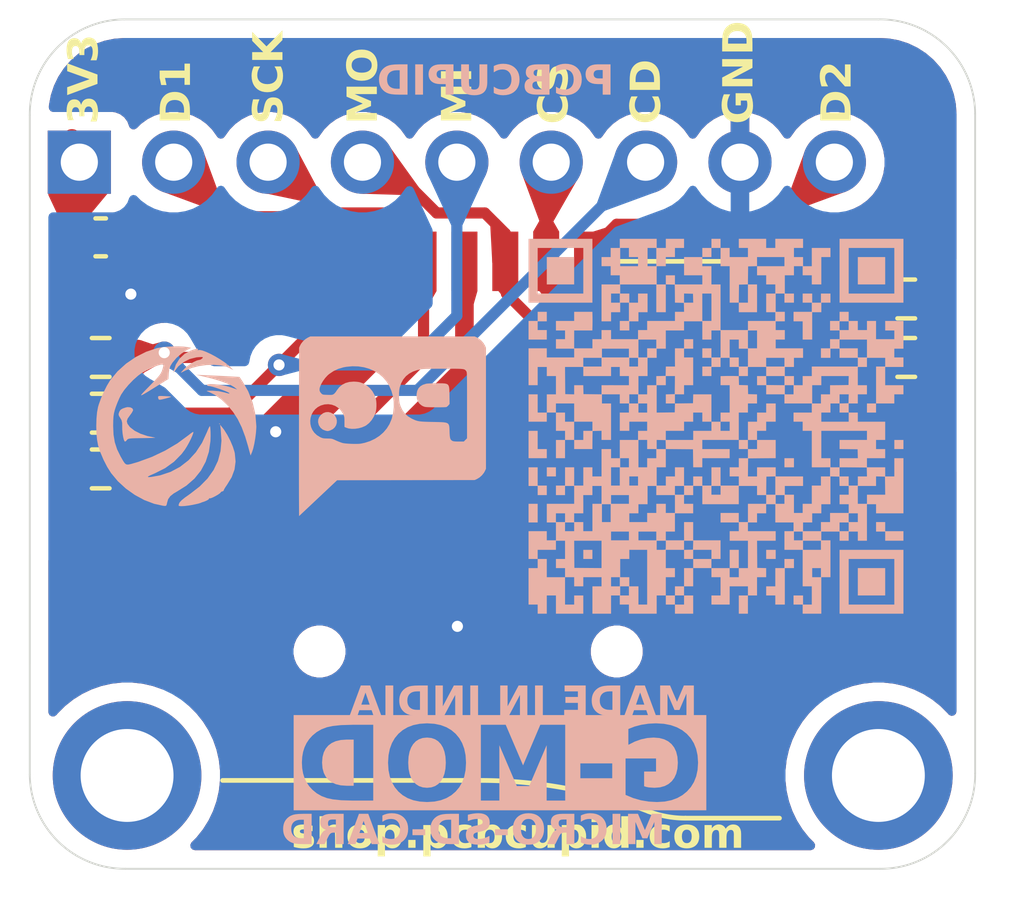
<source format=kicad_pcb>
(kicad_pcb (version 20241229) (generator "pcbnew") (generator_version "9.0")
  (layers (0 "F.Cu" signal) (2 "B.Cu" signal) (13 "F.Paste" user) (15 "B.Paste" user) (5 "F.SilkS" user "F.Silkscreen") (7 "B.SilkS" user "B.Silkscreen") (1 "F.Mask" user) (3 "B.Mask" user) (25 "Edge.Cuts" user))
  (net 0 "")
  (net 1 "GND")
  (net 2 "+3V3")
  (net 3 "/D2")
  (net 4 "/CD")
  (net 5 "/D1")
  (net 6 "/CS")
  (net 7 "/SCK")
  (net 8 "/MOSI")
  (net 9 "/MISO")
  (footprint "Resistor_SMD:R_0603_1608Metric" (layer "F.Cu") (at 101.37042 85.500138 180)
    (property "Reference" "R1" (hide yes))
    (property "Value" "10K")
    (pad "1" smd roundrect (at -0.825 0 180) (size 0.8 0.95) (layers "F.Cu" "F.Mask" "F.Paste") (net 4 "/CD"))
    (pad "2" smd roundrect (at 0.825 0 180) (size 0.8 0.95) (layers "F.Cu" "F.Mask" "F.Paste") (net 2 "+3V3"))
  )
  (footprint "MountingHole:MountingHole_2.5mm_Pad" (layer "F.Cu") (at 122.30042 96.750138)
    (property "Reference" "REF**" (hide yes))
    (property "Value" "MountingHole_2.5mm_Pad" (hide yes))
    (pad "1" thru_hole circle (at 0 0) (size 4 4) (drill 2.5) (layers "*.Cu" "*.Mask"))
  )
  (footprint "Resistor_SMD:R_0603_1608Metric" (layer "F.Cu") (at 123.05042 85.500138 180)
    (property "Reference" "R5" (hide yes))
    (property "Value" "10K")
    (pad "1" smd roundrect (at -0.825 0 180) (size 0.8 0.95) (layers "F.Cu" "F.Mask" "F.Paste") (net 2 "+3V3"))
    (pad "2" smd roundrect (at 0.825 0 180) (size 0.8 0.95) (layers "F.Cu" "F.Mask" "F.Paste") (net 8 "/MOSI"))
  )
  (footprint "MountingHole:MountingHole_2.5mm_Pad" (layer "F.Cu") (at 102.08042 96.750138)
    (property "Reference" "REF**" (hide yes))
    (property "Value" "MountingHole_2.5mm_Pad" (hide yes))
    (pad "1" thru_hole circle (at 0 0) (size 4 4) (drill 2.5) (layers "*.Cu" "*.Mask"))
  )
  (footprint "Resistor_SMD:R_0603_1608Metric" (layer "F.Cu") (at 101.37042 88.500138)
    (property "Reference" "R4" (hide yes))
    (property "Value" "10K")
    (pad "1" smd roundrect (at -0.825 0) (size 0.8 0.95) (layers "F.Cu" "F.Mask" "F.Paste") (net 2 "+3V3"))
    (pad "2" smd roundrect (at 0.825 0) (size 0.8 0.95) (layers "F.Cu" "F.Mask" "F.Paste") (net 7 "/SCK"))
  )
  (footprint "Capacitor_SMD:C_0603_1608Metric" (layer "F.Cu") (at 101.37042 82.267948)
    (property "Reference" "C1" (hide yes))
    (property "Value" "0.1uF")
    (pad "1" smd roundrect (at -0.775 0) (size 0.9 0.95) (layers "F.Cu" "F.Mask" "F.Paste") (net 2 "+3V3"))
    (pad "2" smd roundrect (at 0.775 0) (size 0.9 0.95) (layers "F.Cu" "F.Mask" "F.Paste") (net 1 "GND"))
  )
  (footprint "pcp-kicad_lib:SUNTECH_ST-TF-003A" (layer "F.Cu") (at 110.93962 88.243738)
    (property "Reference" "J1" (hide yes))
    (property "Value" "Micro_SD_Card_Det1")
    (pad "" np_thru_hole circle (at -3.68 5.17) (size 0.9 0.9) (drill 0.9) (layers "*.Cu" "*.Mask"))
    (pad "" np_thru_hole circle (at 4.32 5.17) (size 0.9 0.9) (drill 0.9) (layers "*.Cu" "*.Mask"))
    (pad "1" smd rect (at 3.52 -5.33) (size 0.7 1.6) (layers "F.Cu" "F.Mask" "F.Paste") (net 3 "/D2"))
    (pad "2" smd rect (at 2.42 -5.33) (size 0.7 1.6) (layers "F.Cu" "F.Mask" "F.Paste") (net 6 "/CS"))
    (pad "3" smd rect (at 1.32 -5.33) (size 0.7 1.6) (layers "F.Cu" "F.Mask" "F.Paste") (net 8 "/MOSI"))
    (pad "4" smd rect (at 0.22 -5.33) (size 0.7 1.6) (layers "F.Cu" "F.Mask" "F.Paste") (net 2 "+3V3"))
    (pad "5" smd rect (at -0.88 -5.33) (size 0.7 1.6) (layers "F.Cu" "F.Mask" "F.Paste") (net 7 "/SCK"))
    (pad "6" smd rect (at -1.98 -5.33) (size 0.7 1.6) (layers "F.Cu" "F.Mask" "F.Paste") (net 1 "GND"))
    (pad "7" smd rect (at -3.08 -5.33) (size 0.7 1.6) (layers "F.Cu" "F.Mask" "F.Paste") (net 9 "/MISO"))
    (pad "8" smd rect (at -4.18 -5.33) (size 0.7 1.6) (layers "F.Cu" "F.Mask" "F.Paste") (net 5 "/D1"))
    (pad "9" smd rect (at -5.28 -5.33) (size 0.7 1.6) (layers "F.Cu" "F.Mask" "F.Paste") (net 4 "/CD"))
    (pad "10" smd rect (at -6.58 -4.73) (size 1.4 1.6) (layers "F.Cu" "F.Mask" "F.Paste") (net 1 "GND"))
    (pad "10" smd rect (at -6.58 4.77) (size 1.4 2.2) (layers "F.Cu" "F.Mask" "F.Paste") (net 1 "GND"))
    (pad "10" smd rect (at 8.22 -4.83) (size 1.8 1.4) (layers "F.Cu" "F.Mask" "F.Paste") (net 1 "GND"))
    (pad "10" smd rect (at 9.12 4.77) (size 1.4 2.2) (layers "F.Cu" "F.Mask" "F.Paste") (net 1 "GND"))
  )
  (footprint "Connector_PinHeader_2.54mm:PinHeader_1x09_P2.54mm_Vertical" (layer "F.Cu") (at 100.79542 80.245138 90)
    (property "Reference" "J2" (hide yes))
    (property "Value" "Conn_01x09" (hide yes))
    (pad "1" thru_hole rect (at 0 0 90) (size 1.7 1.7) (drill 1) (layers "*.Cu" "*.Mask") (net 2 "+3V3"))
    (pad "2" thru_hole oval (at 0 2.54 90) (size 1.7 1.7) (drill 1) (layers "*.Cu" "*.Mask") (net 5 "/D1"))
    (pad "3" thru_hole oval (at 0 5.08 90) (size 1.7 1.7) (drill 1) (layers "*.Cu" "*.Mask") (net 7 "/SCK"))
    (pad "4" thru_hole oval (at 0 7.62 90) (size 1.7 1.7) (drill 1) (layers "*.Cu" "*.Mask") (net 8 "/MOSI"))
    (pad "5" thru_hole oval (at 0 10.16 90) (size 1.7 1.7) (drill 1) (layers "*.Cu" "*.Mask") (net 9 "/MISO"))
    (pad "6" thru_hole oval (at 0 12.7 90) (size 1.7 1.7) (drill 1) (layers "*.Cu" "*.Mask") (net 6 "/CS"))
    (pad "7" thru_hole oval (at 0 15.24 90) (size 1.7 1.7) (drill 1) (layers "*.Cu" "*.Mask") (net 4 "/CD"))
    (pad "8" thru_hole oval (at 0 17.78 90) (size 1.7 1.7) (drill 1) (layers "*.Cu" "*.Mask") (net 1 "GND"))
    (pad "9" thru_hole oval (at 0 20.32 90) (size 1.7 1.7) (drill 1) (layers "*.Cu" "*.Mask") (net 3 "/D2"))
  )
  (footprint "Resistor_SMD:R_0603_1608Metric" (layer "F.Cu") (at 123.05042 83.926138 180)
    (property "Reference" "R6" (hide yes))
    (property "Value" "10K")
    (pad "1" smd roundrect (at -0.825 0 180) (size 0.8 0.95) (layers "F.Cu" "F.Mask" "F.Paste") (net 2 "+3V3"))
    (pad "2" smd roundrect (at 0.825 0 180) (size 0.8 0.95) (layers "F.Cu" "F.Mask" "F.Paste") (net 6 "/CS"))
  )
  (footprint "Resistor_SMD:R_0603_1608Metric" (layer "F.Cu") (at 101.37042 87.000138)
    (property "Reference" "R3" (hide yes))
    (property "Value" "10K")
    (pad "1" smd roundrect (at -0.825 0) (size 0.8 0.95) (layers "F.Cu" "F.Mask" "F.Paste") (net 2 "+3V3"))
    (pad "2" smd roundrect (at 0.825 0) (size 0.8 0.95) (layers "F.Cu" "F.Mask" "F.Paste") (net 9 "/MISO"))
  )
  (footprint "LOGO" (layer "B.Cu") (at 103.40122 87.34956 180)
    (property "Reference" "G***" (hide yes))
    (property "Value" "LOGO" (hide yes))
  )
  (footprint "LOGO" (layer "B.Cu") (at 117.93002 87.352138 180)
    (property "Reference" "G***" (hide yes))
    (property "Value" "LOGO" (hide yes))
  )
  (footprint "LOGO" (layer "B.Cu") (at 109.223931 87.349977 180)
    (property "Reference" "G***" (hide yes))
    (property "Value" "LOGO" (hide yes))
  )
  (gr_line (start 124.904416 96.697408) (end 124.904416 78.941826) (stroke (width 0.05)) (layer "Edge.Cuts"))
  (gr_line (start 122.34 99.261824) (end 102.037741 99.261824) (stroke (width 0.05)) (layer "Edge.Cuts"))
  (gr_line (start 102.001648 76.402085) (end 122.3 76.402085) (stroke (width 0.05)) (layer "Edge.Cuts"))
  (gr_arc (start 102.037741 99.261824) (mid 100.22374 98.525436) (end 99.461648 96.722083) (stroke (width 0.05)) (layer "Edge.Cuts"))
  (gr_arc (start 124.904416 96.697408) (mid 124.161 98.518408) (end 122.34 99.261824) (stroke (width 0.05)) (layer "Edge.Cuts"))
  (gr_arc (start 122.3 76.402085) (mid 124.132286 77.128378) (end 124.904416 78.941826) (stroke (width 0.05)) (layer "Edge.Cuts"))
  (gr_line (start 99.461648 96.722083) (end 99.461907 78.978178) (stroke (width 0.05)) (layer "Edge.Cuts"))
  (gr_arc (start 99.461907 78.978178) (mid 100.198314 77.164195) (end 102.001648 76.402085) (stroke (width 0.05)) (layer "Edge.Cuts"))
  (gr_text "D2" (at 121.68922 79.224138 90) (layer "F.SilkS") (effects (font (size 0.8 0.8) (thickness 0.2) (bold yes)) (justify left bottom)))
  (gr_text "GND" (at 119.04762 79.224138 90) (layer "F.SilkS") (effects (font (size 0.8 0.8) (thickness 0.2) (bold yes)) (justify left bottom)))
  (gr_text "CS" (at 114.06922 79.224138 90) (layer "F.SilkS") (effects (font (size 0.8 0.8) (thickness 0.2) (bold yes)) (justify left bottom)))
  (gr_text "3V3" (at 101.42002 79.224138 90) (layer "F.SilkS") (effects (font (size 0.8 0.8) (thickness 0.2) (bold yes)) (justify left bottom)))
  (gr_text "shop.pcbcupid.com" (at 106.50002 98.832938 -0) (layer "F.SilkS") (effects (font (size 0.8 0.8) (thickness 0.2) (bold yes)) (justify left bottom)))
  (gr_text "CD" (at 116.55842 79.224138 90) (layer "F.SilkS") (effects (font (size 0.8 0.8) (thickness 0.2) (bold yes)) (justify left bottom)))
  (gr_text "MO" (at 108.93842 79.224138 90) (layer "F.SilkS") (effects (font (size 0.8 0.8) (thickness 0.2) (bold yes)) (justify left bottom)))
  (gr_text "SCK" (at 106.39842 79.224138 90) (layer "F.SilkS") (effects (font (size 0.8 0.8) (thickness 0.2) (bold yes)) (justify left bottom)))
  (gr_text "MI" (at 111.47842 79.224138 90) (layer "F.SilkS") (effects (font (size 0.8 0.8) (thickness 0.2) (bold yes)) (justify left bottom)))
  (gr_text "D1" (at 103.90922 79.224138 90) (layer "F.SilkS") (effects (font (size 0.8 0.8) (thickness 0.2) (bold yes)) (justify left bottom)))
  (gr_text "G-MOD" (at 112.112885 97.766138 0) (layer "B.SilkS" knockout) (effects (font (size 2 2) (thickness 0.2) (bold yes)) (justify bottom mirror)))
  (gr_text "MICRO-SD-CARD" (at 116.573285 98.734138 0) (layer "B.SilkS") (effects (font (size 0.8 0.8) (thickness 0.16) (bold yes)) (justify left bottom mirror)))
  (gr_text "MADE IN INDIA" (at 117.436885 95.279738 0) (layer "B.SilkS") (effects (font (size 0.8 0.8) (thickness 0.16) (bold yes)) (justify left bottom mirror)))
  (gr_text "PCBCUPID" (at 115.194253 78.563738 0) (layer "B.SilkS") (effects (font (size 0.8 0.8) (thickness 0.2) (bold yes)) (justify left bottom mirror)))
  (via (at 102.18202 83.796138) (size 0.6) (drill 0.3) (layers "F.Cu" "B.Cu") (net 1))
  (via (at 106.08042 87.500138) (size 0.6) (drill 0.3) (layers "F.Cu" "B.Cu") (net 1))
  (via (at 110.97042 92.736938) (size 0.6) (drill 0.3) (layers "F.Cu" "B.Cu") (net 1))
  (segment (start 101.47082 91.111338) (end 120.52082 91.111338) (width 0.5) (layer "F.Cu") (net 2))
  (segment (start 123.87542 83.926138) (end 123.87542 85.980538) (width 0.5) (layer "F.Cu") (net 2))
  (segment (start 100.54542 90.185938) (end 101.47082 91.111338) (width 0.5) (layer "F.Cu") (net 2))
  (segment (start 111.15962 82.913738) (end 111.15962 85.782138) (width 0.5) (layer "F.Cu") (net 2))
  (segment (start 123.87542 87.756738) (end 123.87542 85.980538) (width 0.5) (layer "F.Cu") (net 2))
  (segment (start 120.52082 91.111338) (end 123.87542 87.756738) (width 0.5) (layer "F.Cu") (net 2))
  (segment (start 100.59542 88.450138) (end 100.54542 88.500138) (width 0.5) (layer "F.Cu") (net 2))
  (segment (start 100.59542 82.267948) (end 100.59542 79.605138) (width 0.5) (layer "F.Cu") (net 2))
  (segment (start 100.59542 82.267948) (end 100.59542 88.450138) (width 0.5) (layer "F.Cu") (net 2))
  (segment (start 100.54542 88.500138) (end 100.54542 90.185938) (width 0.5) (layer "F.Cu") (net 2))
  (segment (start 123.87542 85.980538) (end 123.87542 86.510138) (width 0.5) (layer "F.Cu") (net 2))
  (segment (start 111.15962 85.782138) (end 105.83042 91.111338) (width 0.5) (layer "F.Cu") (net 2))
  (segment (start 114.49042 82.682538) (end 115.25642 81.916538) (width 0.3) (layer "F.Cu") (net 3))
  (segment (start 115.25642 81.916538) (end 119.44402 81.916538) (width 0.3) (layer "F.Cu") (net 3))
  (segment (start 119.44402 81.916538) (end 121.11542 80.245138) (width 0.3) (layer "F.Cu") (net 3))
  (segment (start 105.65962 84.413738) (end 105.65962 82.913738) (width 0.3) (layer "F.Cu") (net 4))
  (segment (start 102.19542 85.500138) (end 104.57322 85.500138) (width 0.3) (layer "F.Cu") (net 4))
  (segment (start 104.57322 85.500138) (end 105.65962 84.413738) (width 0.3) (layer "F.Cu") (net 4))
  (segment (start 103.08042 85.370938) (end 102.32462 85.370938) (width 0.3) (layer "F.Cu") (net 4))
  (segment (start 102.32462 85.370938) (end 102.19542 85.500138) (width 0.3) (layer "F.Cu") (net 4))
  (via (at 103.08042 85.370938) (size 0.6) (drill 0.3) (layers "F.Cu" "B.Cu") (net 4))
  (segment (start 103.08042 85.370938) (end 104.09642 86.386938) (width 0.3) (layer "B.Cu") (net 4))
  (segment (start 104.09642 86.386938) (end 109.89362 86.386938) (width 0.3) (layer "B.Cu") (net 4))
  (segment (start 109.89362 86.386938) (end 116.03542 80.245138) (width 0.3) (layer "B.Cu") (net 4))
  (segment (start 104.80362 81.713338) (end 103.33542 80.245138) (width 0.3) (layer "F.Cu") (net 5))
  (segment (start 106.75962 82.277738) (end 106.19522 81.713338) (width 0.3) (layer "F.Cu") (net 5))
  (segment (start 106.75962 82.913738) (end 106.75962 82.277738) (width 0.3) (layer "F.Cu") (net 5))
  (segment (start 106.19522 81.713338) (end 104.80362 81.713338) (width 0.3) (layer "F.Cu") (net 5))
  (segment (start 121.59882 84.750138) (end 122.22542 84.123538) (width 0.3) (layer "F.Cu") (net 6))
  (segment (start 113.39042 82.682538) (end 113.39042 83.782538) (width 0.3) (layer "F.Cu") (net 6))
  (segment (start 122.22542 84.123538) (end 122.22542 83.926138) (width 0.3) (layer "F.Cu") (net 6))
  (segment (start 113.35962 80.380938) (end 113.49542 80.245138) (width 0.3) (layer "F.Cu") (net 6))
  (segment (start 113.39042 83.782538) (end 114.35802 84.750138) (width 0.3) (layer "F.Cu") (net 6))
  (segment (start 114.35802 84.750138) (end 121.59882 84.750138) (width 0.3) (layer "F.Cu") (net 6))
  (segment (start 113.35962 82.913738) (end 113.35962 80.380938) (width 0.3) (layer "F.Cu") (net 6))
  (segment (start 105.87542 80.245138) (end 106.20022 80.245138) (width 0.3) (layer "F.Cu") (net 7))
  (segment (start 109.50762 81.611738) (end 110.05962 82.163738) (width 0.3) (layer "F.Cu") (net 7))
  (segment (start 110.05962 82.163738) (end 110.05962 82.913738) (width 0.3) (layer "F.Cu") (net 7))
  (segment (start 107.56682 81.611738) (end 109.50762 81.611738) (width 0.3) (layer "F.Cu") (net 7))
  (segment (start 107.08042 88.500138) (end 102.19542 88.500138) (width 0.3) (layer "F.Cu") (net 7))
  (segment (start 106.20022 80.245138) (end 107.56682 81.611738) (width 0.3) (layer "F.Cu") (net 7))
  (segment (start 110.05962 85.520938) (end 107.08042 88.500138) (width 0.3) (layer "F.Cu") (net 7))
  (segment (start 110.05962 82.913738) (end 110.05962 85.520938) (width 0.3) (layer "F.Cu") (net 7))
  (segment (start 108.41542 80.245138) (end 109.04502 80.245138) (width 0.3) (layer "F.Cu") (net 8))
  (segment (start 112.25962 82.163738) (end 112.25962 82.913738) (width 0.3) (layer "F.Cu") (net 8))
  (segment (start 110.41162 81.611738) (end 111.70762 81.611738) (width 0.3) (layer "F.Cu") (net 8))
  (segment (start 109.04502 80.245138) (end 110.41162 81.611738) (width 0.3) (layer "F.Cu") (net 8))
  (segment (start 114.00802 85.500138) (end 122.22542 85.500138) (width 0.3) (layer "F.Cu") (net 8))
  (segment (start 111.70762 81.611738) (end 112.25962 82.163738) (width 0.3) (layer "F.Cu") (net 8))
  (segment (start 112.29042 83.782538) (end 114.00802 85.500138) (width 0.3) (layer "F.Cu") (net 8))
  (segment (start 112.29042 82.682538) (end 112.29042 83.782538) (width 0.3) (layer "F.Cu") (net 8))
  (segment (start 102.19542 87.000138) (end 104.87322 87.000138) (width 0.3) (layer "F.Cu") (net 9))
  (segment (start 104.87322 87.000138) (end 107.85962 84.013738) (width 0.3) (layer "F.Cu") (net 9))
  (segment (start 107.85962 84.013738) (end 107.85962 82.913738) (width 0.3) (layer "F.Cu") (net 9))
  (via (at 106.16982 85.701138) (size 0.6) (drill 0.3) (layers "F.Cu" "B.Cu") (net 9))
  (segment (start 109.62942 85.701138) (end 106.16982 85.701138) (width 0.3) (layer "B.Cu") (net 9))
  (segment (start 110.95542 80.245138) (end 110.95542 84.375138) (width 0.3) (layer "B.Cu") (net 9))
  (segment (start 110.95542 84.375138) (end 109.62942 85.701138) (width 0.3) (layer "B.Cu") (net 9))
  (segment (start 106.16982 85.701138) (end 106.14442 85.726538) (width 0.3) (layer "B.Cu") (net 9))
  (zone (net 1) (net_name "GND") (layers "F.Cu" "B.Cu") (connect_pads (clearance 0.5)) (min_thickness 0.25) (fill yes (thermal_gap 0.5) (thermal_bridge_width 0.5))
    (polygon (pts (xy 98.70042 75.960138) (xy 126.03042 75.880138) (xy 126.23042 100.100138) (xy 98.66042 100.230138)))
  )
)
</source>
